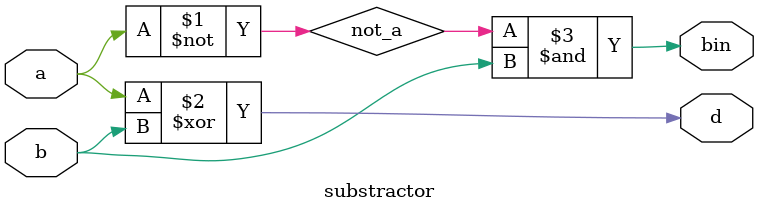
<source format=v>
module substractor (
    input a,
    input b,
    output d,
    output bin
);
	 assign not_a = ~a;
    assign d = a ^ b; // sum output
    assign bin = not_a & b; // carry output
endmodule
</source>
